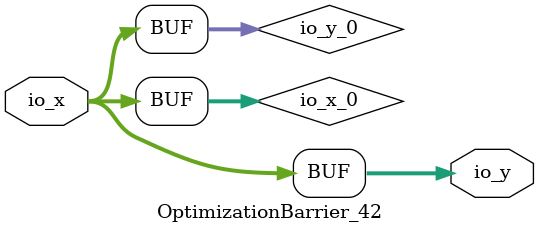
<source format=sv>
`ifndef RANDOMIZE
  `ifdef RANDOMIZE_MEM_INIT
    `define RANDOMIZE
  `endif // RANDOMIZE_MEM_INIT
`endif // not def RANDOMIZE
`ifndef RANDOMIZE
  `ifdef RANDOMIZE_REG_INIT
    `define RANDOMIZE
  `endif // RANDOMIZE_REG_INIT
`endif // not def RANDOMIZE

`ifndef RANDOM
  `define RANDOM $random
`endif // not def RANDOM

// Users can define INIT_RANDOM as general code that gets injected into the
// initializer block for modules with registers.
`ifndef INIT_RANDOM
  `define INIT_RANDOM
`endif // not def INIT_RANDOM

// If using random initialization, you can also define RANDOMIZE_DELAY to
// customize the delay used, otherwise 0.002 is used.
`ifndef RANDOMIZE_DELAY
  `define RANDOMIZE_DELAY 0.002
`endif // not def RANDOMIZE_DELAY

// Define INIT_RANDOM_PROLOG_ for use in our modules below.
`ifndef INIT_RANDOM_PROLOG_
  `ifdef RANDOMIZE
    `ifdef VERILATOR
      `define INIT_RANDOM_PROLOG_ `INIT_RANDOM
    `else  // VERILATOR
      `define INIT_RANDOM_PROLOG_ `INIT_RANDOM #`RANDOMIZE_DELAY begin end
    `endif // VERILATOR
  `else  // RANDOMIZE
    `define INIT_RANDOM_PROLOG_
  `endif // RANDOMIZE
`endif // not def INIT_RANDOM_PROLOG_

// Include register initializers in init blocks unless synthesis is set
`ifndef SYNTHESIS
  `ifndef ENABLE_INITIAL_REG_
    `define ENABLE_INITIAL_REG_
  `endif // not def ENABLE_INITIAL_REG_
`endif // not def SYNTHESIS

// Include rmemory initializers in init blocks unless synthesis is set
`ifndef SYNTHESIS
  `ifndef ENABLE_INITIAL_MEM_
    `define ENABLE_INITIAL_MEM_
  `endif // not def ENABLE_INITIAL_MEM_
`endif // not def SYNTHESIS

// Standard header to adapt well known macros for prints and assertions.

// Users can define 'PRINTF_COND' to add an extra gate to prints.
`ifndef PRINTF_COND_
  `ifdef PRINTF_COND
    `define PRINTF_COND_ (`PRINTF_COND)
  `else  // PRINTF_COND
    `define PRINTF_COND_ 1
  `endif // PRINTF_COND
`endif // not def PRINTF_COND_

// Users can define 'ASSERT_VERBOSE_COND' to add an extra gate to assert error printing.
`ifndef ASSERT_VERBOSE_COND_
  `ifdef ASSERT_VERBOSE_COND
    `define ASSERT_VERBOSE_COND_ (`ASSERT_VERBOSE_COND)
  `else  // ASSERT_VERBOSE_COND
    `define ASSERT_VERBOSE_COND_ 1
  `endif // ASSERT_VERBOSE_COND
`endif // not def ASSERT_VERBOSE_COND_

// Users can define 'STOP_COND' to add an extra gate to stop conditions.
`ifndef STOP_COND_
  `ifdef STOP_COND
    `define STOP_COND_ (`STOP_COND)
  `else  // STOP_COND
    `define STOP_COND_ 1
  `endif // STOP_COND
`endif // not def STOP_COND_

module OptimizationBarrier_42(
  input  [2:0] io_x,	// src/main/scala/util/package.scala:260:18
  output [2:0] io_y	// src/main/scala/util/package.scala:260:18
);

  wire [2:0] io_x_0 = io_x;
  wire [2:0] io_y_0 = io_x_0;
  assign io_y = io_y_0;
endmodule


</source>
